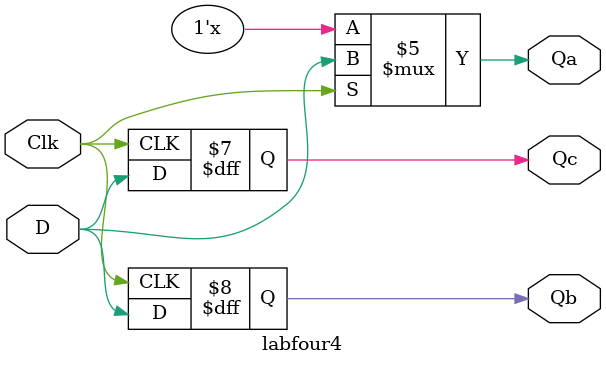
<source format=v>
module labfour4(Clk,D,Qa,Qb,Qc);
input Clk,D;
output reg Qa,Qb,Qc;

always@(Clk,D) begin
	if(Clk)begin
		Qa=D;
	end
end

always@(posedge Clk) begin
		Qb=D;

end

always@(negedge Clk) begin
		Qc=D;

end


endmodule
</source>
